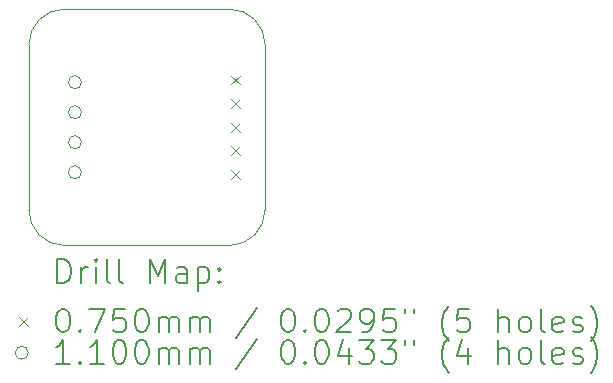
<source format=gbr>
%TF.GenerationSoftware,KiCad,Pcbnew,7.0.1*%
%TF.CreationDate,2023-07-16T03:42:18+02:00*%
%TF.ProjectId,load_cell_connector_interface,6c6f6164-5f63-4656-9c6c-5f636f6e6e65,rev?*%
%TF.SameCoordinates,Original*%
%TF.FileFunction,Drillmap*%
%TF.FilePolarity,Positive*%
%FSLAX45Y45*%
G04 Gerber Fmt 4.5, Leading zero omitted, Abs format (unit mm)*
G04 Created by KiCad (PCBNEW 7.0.1) date 2023-07-16 03:42:18*
%MOMM*%
%LPD*%
G01*
G04 APERTURE LIST*
%ADD10C,0.100000*%
%ADD11C,0.200000*%
%ADD12C,0.075000*%
%ADD13C,0.110000*%
G04 APERTURE END LIST*
D10*
X12877500Y-11032500D02*
X11477500Y-11032500D01*
X13177500Y-9332500D02*
X13177500Y-10732500D01*
X11477500Y-9032500D02*
X12877500Y-9032500D01*
X11177500Y-10732500D02*
X11177500Y-9332500D01*
X11177500Y-10732500D02*
G75*
G03*
X11477500Y-11032500I300000J0D01*
G01*
X12877500Y-11032500D02*
G75*
G03*
X13177500Y-10732500I0J300000D01*
G01*
X13177500Y-9332500D02*
G75*
G03*
X12877500Y-9032500I-300000J0D01*
G01*
X11477500Y-9032500D02*
G75*
G03*
X11177500Y-9332500I0J-300000D01*
G01*
D11*
D12*
X12887500Y-9595000D02*
X12962500Y-9670000D01*
X12962500Y-9595000D02*
X12887500Y-9670000D01*
X12887500Y-9795000D02*
X12962500Y-9870000D01*
X12962500Y-9795000D02*
X12887500Y-9870000D01*
X12887500Y-9995000D02*
X12962500Y-10070000D01*
X12962500Y-9995000D02*
X12887500Y-10070000D01*
X12887500Y-10195000D02*
X12962500Y-10270000D01*
X12962500Y-10195000D02*
X12887500Y-10270000D01*
X12887500Y-10395000D02*
X12962500Y-10470000D01*
X12962500Y-10395000D02*
X12887500Y-10470000D01*
D13*
X11622500Y-9651000D02*
G75*
G03*
X11622500Y-9651000I-55000J0D01*
G01*
X11622500Y-9905000D02*
G75*
G03*
X11622500Y-9905000I-55000J0D01*
G01*
X11622500Y-10159000D02*
G75*
G03*
X11622500Y-10159000I-55000J0D01*
G01*
X11622500Y-10413000D02*
G75*
G03*
X11622500Y-10413000I-55000J0D01*
G01*
D11*
X11420119Y-11350024D02*
X11420119Y-11150024D01*
X11420119Y-11150024D02*
X11467738Y-11150024D01*
X11467738Y-11150024D02*
X11496309Y-11159548D01*
X11496309Y-11159548D02*
X11515357Y-11178595D01*
X11515357Y-11178595D02*
X11524881Y-11197643D01*
X11524881Y-11197643D02*
X11534405Y-11235738D01*
X11534405Y-11235738D02*
X11534405Y-11264309D01*
X11534405Y-11264309D02*
X11524881Y-11302405D01*
X11524881Y-11302405D02*
X11515357Y-11321452D01*
X11515357Y-11321452D02*
X11496309Y-11340500D01*
X11496309Y-11340500D02*
X11467738Y-11350024D01*
X11467738Y-11350024D02*
X11420119Y-11350024D01*
X11620119Y-11350024D02*
X11620119Y-11216690D01*
X11620119Y-11254786D02*
X11629643Y-11235738D01*
X11629643Y-11235738D02*
X11639167Y-11226214D01*
X11639167Y-11226214D02*
X11658214Y-11216690D01*
X11658214Y-11216690D02*
X11677262Y-11216690D01*
X11743928Y-11350024D02*
X11743928Y-11216690D01*
X11743928Y-11150024D02*
X11734405Y-11159548D01*
X11734405Y-11159548D02*
X11743928Y-11169071D01*
X11743928Y-11169071D02*
X11753452Y-11159548D01*
X11753452Y-11159548D02*
X11743928Y-11150024D01*
X11743928Y-11150024D02*
X11743928Y-11169071D01*
X11867738Y-11350024D02*
X11848690Y-11340500D01*
X11848690Y-11340500D02*
X11839167Y-11321452D01*
X11839167Y-11321452D02*
X11839167Y-11150024D01*
X11972500Y-11350024D02*
X11953452Y-11340500D01*
X11953452Y-11340500D02*
X11943928Y-11321452D01*
X11943928Y-11321452D02*
X11943928Y-11150024D01*
X12201071Y-11350024D02*
X12201071Y-11150024D01*
X12201071Y-11150024D02*
X12267738Y-11292881D01*
X12267738Y-11292881D02*
X12334405Y-11150024D01*
X12334405Y-11150024D02*
X12334405Y-11350024D01*
X12515357Y-11350024D02*
X12515357Y-11245262D01*
X12515357Y-11245262D02*
X12505833Y-11226214D01*
X12505833Y-11226214D02*
X12486786Y-11216690D01*
X12486786Y-11216690D02*
X12448690Y-11216690D01*
X12448690Y-11216690D02*
X12429643Y-11226214D01*
X12515357Y-11340500D02*
X12496309Y-11350024D01*
X12496309Y-11350024D02*
X12448690Y-11350024D01*
X12448690Y-11350024D02*
X12429643Y-11340500D01*
X12429643Y-11340500D02*
X12420119Y-11321452D01*
X12420119Y-11321452D02*
X12420119Y-11302405D01*
X12420119Y-11302405D02*
X12429643Y-11283357D01*
X12429643Y-11283357D02*
X12448690Y-11273833D01*
X12448690Y-11273833D02*
X12496309Y-11273833D01*
X12496309Y-11273833D02*
X12515357Y-11264309D01*
X12610595Y-11216690D02*
X12610595Y-11416690D01*
X12610595Y-11226214D02*
X12629643Y-11216690D01*
X12629643Y-11216690D02*
X12667738Y-11216690D01*
X12667738Y-11216690D02*
X12686786Y-11226214D01*
X12686786Y-11226214D02*
X12696309Y-11235738D01*
X12696309Y-11235738D02*
X12705833Y-11254786D01*
X12705833Y-11254786D02*
X12705833Y-11311928D01*
X12705833Y-11311928D02*
X12696309Y-11330976D01*
X12696309Y-11330976D02*
X12686786Y-11340500D01*
X12686786Y-11340500D02*
X12667738Y-11350024D01*
X12667738Y-11350024D02*
X12629643Y-11350024D01*
X12629643Y-11350024D02*
X12610595Y-11340500D01*
X12791548Y-11330976D02*
X12801071Y-11340500D01*
X12801071Y-11340500D02*
X12791548Y-11350024D01*
X12791548Y-11350024D02*
X12782024Y-11340500D01*
X12782024Y-11340500D02*
X12791548Y-11330976D01*
X12791548Y-11330976D02*
X12791548Y-11350024D01*
X12791548Y-11226214D02*
X12801071Y-11235738D01*
X12801071Y-11235738D02*
X12791548Y-11245262D01*
X12791548Y-11245262D02*
X12782024Y-11235738D01*
X12782024Y-11235738D02*
X12791548Y-11226214D01*
X12791548Y-11226214D02*
X12791548Y-11245262D01*
D12*
X11097500Y-11640000D02*
X11172500Y-11715000D01*
X11172500Y-11640000D02*
X11097500Y-11715000D01*
D11*
X11458214Y-11570024D02*
X11477262Y-11570024D01*
X11477262Y-11570024D02*
X11496309Y-11579548D01*
X11496309Y-11579548D02*
X11505833Y-11589071D01*
X11505833Y-11589071D02*
X11515357Y-11608119D01*
X11515357Y-11608119D02*
X11524881Y-11646214D01*
X11524881Y-11646214D02*
X11524881Y-11693833D01*
X11524881Y-11693833D02*
X11515357Y-11731928D01*
X11515357Y-11731928D02*
X11505833Y-11750976D01*
X11505833Y-11750976D02*
X11496309Y-11760500D01*
X11496309Y-11760500D02*
X11477262Y-11770024D01*
X11477262Y-11770024D02*
X11458214Y-11770024D01*
X11458214Y-11770024D02*
X11439167Y-11760500D01*
X11439167Y-11760500D02*
X11429643Y-11750976D01*
X11429643Y-11750976D02*
X11420119Y-11731928D01*
X11420119Y-11731928D02*
X11410595Y-11693833D01*
X11410595Y-11693833D02*
X11410595Y-11646214D01*
X11410595Y-11646214D02*
X11420119Y-11608119D01*
X11420119Y-11608119D02*
X11429643Y-11589071D01*
X11429643Y-11589071D02*
X11439167Y-11579548D01*
X11439167Y-11579548D02*
X11458214Y-11570024D01*
X11610595Y-11750976D02*
X11620119Y-11760500D01*
X11620119Y-11760500D02*
X11610595Y-11770024D01*
X11610595Y-11770024D02*
X11601071Y-11760500D01*
X11601071Y-11760500D02*
X11610595Y-11750976D01*
X11610595Y-11750976D02*
X11610595Y-11770024D01*
X11686786Y-11570024D02*
X11820119Y-11570024D01*
X11820119Y-11570024D02*
X11734405Y-11770024D01*
X11991548Y-11570024D02*
X11896309Y-11570024D01*
X11896309Y-11570024D02*
X11886786Y-11665262D01*
X11886786Y-11665262D02*
X11896309Y-11655738D01*
X11896309Y-11655738D02*
X11915357Y-11646214D01*
X11915357Y-11646214D02*
X11962976Y-11646214D01*
X11962976Y-11646214D02*
X11982024Y-11655738D01*
X11982024Y-11655738D02*
X11991548Y-11665262D01*
X11991548Y-11665262D02*
X12001071Y-11684309D01*
X12001071Y-11684309D02*
X12001071Y-11731928D01*
X12001071Y-11731928D02*
X11991548Y-11750976D01*
X11991548Y-11750976D02*
X11982024Y-11760500D01*
X11982024Y-11760500D02*
X11962976Y-11770024D01*
X11962976Y-11770024D02*
X11915357Y-11770024D01*
X11915357Y-11770024D02*
X11896309Y-11760500D01*
X11896309Y-11760500D02*
X11886786Y-11750976D01*
X12124881Y-11570024D02*
X12143929Y-11570024D01*
X12143929Y-11570024D02*
X12162976Y-11579548D01*
X12162976Y-11579548D02*
X12172500Y-11589071D01*
X12172500Y-11589071D02*
X12182024Y-11608119D01*
X12182024Y-11608119D02*
X12191548Y-11646214D01*
X12191548Y-11646214D02*
X12191548Y-11693833D01*
X12191548Y-11693833D02*
X12182024Y-11731928D01*
X12182024Y-11731928D02*
X12172500Y-11750976D01*
X12172500Y-11750976D02*
X12162976Y-11760500D01*
X12162976Y-11760500D02*
X12143929Y-11770024D01*
X12143929Y-11770024D02*
X12124881Y-11770024D01*
X12124881Y-11770024D02*
X12105833Y-11760500D01*
X12105833Y-11760500D02*
X12096309Y-11750976D01*
X12096309Y-11750976D02*
X12086786Y-11731928D01*
X12086786Y-11731928D02*
X12077262Y-11693833D01*
X12077262Y-11693833D02*
X12077262Y-11646214D01*
X12077262Y-11646214D02*
X12086786Y-11608119D01*
X12086786Y-11608119D02*
X12096309Y-11589071D01*
X12096309Y-11589071D02*
X12105833Y-11579548D01*
X12105833Y-11579548D02*
X12124881Y-11570024D01*
X12277262Y-11770024D02*
X12277262Y-11636690D01*
X12277262Y-11655738D02*
X12286786Y-11646214D01*
X12286786Y-11646214D02*
X12305833Y-11636690D01*
X12305833Y-11636690D02*
X12334405Y-11636690D01*
X12334405Y-11636690D02*
X12353452Y-11646214D01*
X12353452Y-11646214D02*
X12362976Y-11665262D01*
X12362976Y-11665262D02*
X12362976Y-11770024D01*
X12362976Y-11665262D02*
X12372500Y-11646214D01*
X12372500Y-11646214D02*
X12391548Y-11636690D01*
X12391548Y-11636690D02*
X12420119Y-11636690D01*
X12420119Y-11636690D02*
X12439167Y-11646214D01*
X12439167Y-11646214D02*
X12448690Y-11665262D01*
X12448690Y-11665262D02*
X12448690Y-11770024D01*
X12543929Y-11770024D02*
X12543929Y-11636690D01*
X12543929Y-11655738D02*
X12553452Y-11646214D01*
X12553452Y-11646214D02*
X12572500Y-11636690D01*
X12572500Y-11636690D02*
X12601071Y-11636690D01*
X12601071Y-11636690D02*
X12620119Y-11646214D01*
X12620119Y-11646214D02*
X12629643Y-11665262D01*
X12629643Y-11665262D02*
X12629643Y-11770024D01*
X12629643Y-11665262D02*
X12639167Y-11646214D01*
X12639167Y-11646214D02*
X12658214Y-11636690D01*
X12658214Y-11636690D02*
X12686786Y-11636690D01*
X12686786Y-11636690D02*
X12705833Y-11646214D01*
X12705833Y-11646214D02*
X12715357Y-11665262D01*
X12715357Y-11665262D02*
X12715357Y-11770024D01*
X13105833Y-11560500D02*
X12934405Y-11817643D01*
X13362976Y-11570024D02*
X13382024Y-11570024D01*
X13382024Y-11570024D02*
X13401072Y-11579548D01*
X13401072Y-11579548D02*
X13410595Y-11589071D01*
X13410595Y-11589071D02*
X13420119Y-11608119D01*
X13420119Y-11608119D02*
X13429643Y-11646214D01*
X13429643Y-11646214D02*
X13429643Y-11693833D01*
X13429643Y-11693833D02*
X13420119Y-11731928D01*
X13420119Y-11731928D02*
X13410595Y-11750976D01*
X13410595Y-11750976D02*
X13401072Y-11760500D01*
X13401072Y-11760500D02*
X13382024Y-11770024D01*
X13382024Y-11770024D02*
X13362976Y-11770024D01*
X13362976Y-11770024D02*
X13343929Y-11760500D01*
X13343929Y-11760500D02*
X13334405Y-11750976D01*
X13334405Y-11750976D02*
X13324881Y-11731928D01*
X13324881Y-11731928D02*
X13315357Y-11693833D01*
X13315357Y-11693833D02*
X13315357Y-11646214D01*
X13315357Y-11646214D02*
X13324881Y-11608119D01*
X13324881Y-11608119D02*
X13334405Y-11589071D01*
X13334405Y-11589071D02*
X13343929Y-11579548D01*
X13343929Y-11579548D02*
X13362976Y-11570024D01*
X13515357Y-11750976D02*
X13524881Y-11760500D01*
X13524881Y-11760500D02*
X13515357Y-11770024D01*
X13515357Y-11770024D02*
X13505833Y-11760500D01*
X13505833Y-11760500D02*
X13515357Y-11750976D01*
X13515357Y-11750976D02*
X13515357Y-11770024D01*
X13648691Y-11570024D02*
X13667738Y-11570024D01*
X13667738Y-11570024D02*
X13686786Y-11579548D01*
X13686786Y-11579548D02*
X13696310Y-11589071D01*
X13696310Y-11589071D02*
X13705833Y-11608119D01*
X13705833Y-11608119D02*
X13715357Y-11646214D01*
X13715357Y-11646214D02*
X13715357Y-11693833D01*
X13715357Y-11693833D02*
X13705833Y-11731928D01*
X13705833Y-11731928D02*
X13696310Y-11750976D01*
X13696310Y-11750976D02*
X13686786Y-11760500D01*
X13686786Y-11760500D02*
X13667738Y-11770024D01*
X13667738Y-11770024D02*
X13648691Y-11770024D01*
X13648691Y-11770024D02*
X13629643Y-11760500D01*
X13629643Y-11760500D02*
X13620119Y-11750976D01*
X13620119Y-11750976D02*
X13610595Y-11731928D01*
X13610595Y-11731928D02*
X13601072Y-11693833D01*
X13601072Y-11693833D02*
X13601072Y-11646214D01*
X13601072Y-11646214D02*
X13610595Y-11608119D01*
X13610595Y-11608119D02*
X13620119Y-11589071D01*
X13620119Y-11589071D02*
X13629643Y-11579548D01*
X13629643Y-11579548D02*
X13648691Y-11570024D01*
X13791548Y-11589071D02*
X13801072Y-11579548D01*
X13801072Y-11579548D02*
X13820119Y-11570024D01*
X13820119Y-11570024D02*
X13867738Y-11570024D01*
X13867738Y-11570024D02*
X13886786Y-11579548D01*
X13886786Y-11579548D02*
X13896310Y-11589071D01*
X13896310Y-11589071D02*
X13905833Y-11608119D01*
X13905833Y-11608119D02*
X13905833Y-11627167D01*
X13905833Y-11627167D02*
X13896310Y-11655738D01*
X13896310Y-11655738D02*
X13782024Y-11770024D01*
X13782024Y-11770024D02*
X13905833Y-11770024D01*
X14001072Y-11770024D02*
X14039167Y-11770024D01*
X14039167Y-11770024D02*
X14058214Y-11760500D01*
X14058214Y-11760500D02*
X14067738Y-11750976D01*
X14067738Y-11750976D02*
X14086786Y-11722405D01*
X14086786Y-11722405D02*
X14096310Y-11684309D01*
X14096310Y-11684309D02*
X14096310Y-11608119D01*
X14096310Y-11608119D02*
X14086786Y-11589071D01*
X14086786Y-11589071D02*
X14077262Y-11579548D01*
X14077262Y-11579548D02*
X14058214Y-11570024D01*
X14058214Y-11570024D02*
X14020119Y-11570024D01*
X14020119Y-11570024D02*
X14001072Y-11579548D01*
X14001072Y-11579548D02*
X13991548Y-11589071D01*
X13991548Y-11589071D02*
X13982024Y-11608119D01*
X13982024Y-11608119D02*
X13982024Y-11655738D01*
X13982024Y-11655738D02*
X13991548Y-11674786D01*
X13991548Y-11674786D02*
X14001072Y-11684309D01*
X14001072Y-11684309D02*
X14020119Y-11693833D01*
X14020119Y-11693833D02*
X14058214Y-11693833D01*
X14058214Y-11693833D02*
X14077262Y-11684309D01*
X14077262Y-11684309D02*
X14086786Y-11674786D01*
X14086786Y-11674786D02*
X14096310Y-11655738D01*
X14277262Y-11570024D02*
X14182024Y-11570024D01*
X14182024Y-11570024D02*
X14172500Y-11665262D01*
X14172500Y-11665262D02*
X14182024Y-11655738D01*
X14182024Y-11655738D02*
X14201072Y-11646214D01*
X14201072Y-11646214D02*
X14248691Y-11646214D01*
X14248691Y-11646214D02*
X14267738Y-11655738D01*
X14267738Y-11655738D02*
X14277262Y-11665262D01*
X14277262Y-11665262D02*
X14286786Y-11684309D01*
X14286786Y-11684309D02*
X14286786Y-11731928D01*
X14286786Y-11731928D02*
X14277262Y-11750976D01*
X14277262Y-11750976D02*
X14267738Y-11760500D01*
X14267738Y-11760500D02*
X14248691Y-11770024D01*
X14248691Y-11770024D02*
X14201072Y-11770024D01*
X14201072Y-11770024D02*
X14182024Y-11760500D01*
X14182024Y-11760500D02*
X14172500Y-11750976D01*
X14362976Y-11570024D02*
X14362976Y-11608119D01*
X14439167Y-11570024D02*
X14439167Y-11608119D01*
X14734405Y-11846214D02*
X14724881Y-11836690D01*
X14724881Y-11836690D02*
X14705834Y-11808119D01*
X14705834Y-11808119D02*
X14696310Y-11789071D01*
X14696310Y-11789071D02*
X14686786Y-11760500D01*
X14686786Y-11760500D02*
X14677262Y-11712881D01*
X14677262Y-11712881D02*
X14677262Y-11674786D01*
X14677262Y-11674786D02*
X14686786Y-11627167D01*
X14686786Y-11627167D02*
X14696310Y-11598595D01*
X14696310Y-11598595D02*
X14705834Y-11579548D01*
X14705834Y-11579548D02*
X14724881Y-11550976D01*
X14724881Y-11550976D02*
X14734405Y-11541452D01*
X14905834Y-11570024D02*
X14810595Y-11570024D01*
X14810595Y-11570024D02*
X14801072Y-11665262D01*
X14801072Y-11665262D02*
X14810595Y-11655738D01*
X14810595Y-11655738D02*
X14829643Y-11646214D01*
X14829643Y-11646214D02*
X14877262Y-11646214D01*
X14877262Y-11646214D02*
X14896310Y-11655738D01*
X14896310Y-11655738D02*
X14905834Y-11665262D01*
X14905834Y-11665262D02*
X14915357Y-11684309D01*
X14915357Y-11684309D02*
X14915357Y-11731928D01*
X14915357Y-11731928D02*
X14905834Y-11750976D01*
X14905834Y-11750976D02*
X14896310Y-11760500D01*
X14896310Y-11760500D02*
X14877262Y-11770024D01*
X14877262Y-11770024D02*
X14829643Y-11770024D01*
X14829643Y-11770024D02*
X14810595Y-11760500D01*
X14810595Y-11760500D02*
X14801072Y-11750976D01*
X15153453Y-11770024D02*
X15153453Y-11570024D01*
X15239167Y-11770024D02*
X15239167Y-11665262D01*
X15239167Y-11665262D02*
X15229643Y-11646214D01*
X15229643Y-11646214D02*
X15210596Y-11636690D01*
X15210596Y-11636690D02*
X15182024Y-11636690D01*
X15182024Y-11636690D02*
X15162976Y-11646214D01*
X15162976Y-11646214D02*
X15153453Y-11655738D01*
X15362976Y-11770024D02*
X15343929Y-11760500D01*
X15343929Y-11760500D02*
X15334405Y-11750976D01*
X15334405Y-11750976D02*
X15324881Y-11731928D01*
X15324881Y-11731928D02*
X15324881Y-11674786D01*
X15324881Y-11674786D02*
X15334405Y-11655738D01*
X15334405Y-11655738D02*
X15343929Y-11646214D01*
X15343929Y-11646214D02*
X15362976Y-11636690D01*
X15362976Y-11636690D02*
X15391548Y-11636690D01*
X15391548Y-11636690D02*
X15410596Y-11646214D01*
X15410596Y-11646214D02*
X15420119Y-11655738D01*
X15420119Y-11655738D02*
X15429643Y-11674786D01*
X15429643Y-11674786D02*
X15429643Y-11731928D01*
X15429643Y-11731928D02*
X15420119Y-11750976D01*
X15420119Y-11750976D02*
X15410596Y-11760500D01*
X15410596Y-11760500D02*
X15391548Y-11770024D01*
X15391548Y-11770024D02*
X15362976Y-11770024D01*
X15543929Y-11770024D02*
X15524881Y-11760500D01*
X15524881Y-11760500D02*
X15515357Y-11741452D01*
X15515357Y-11741452D02*
X15515357Y-11570024D01*
X15696310Y-11760500D02*
X15677262Y-11770024D01*
X15677262Y-11770024D02*
X15639167Y-11770024D01*
X15639167Y-11770024D02*
X15620119Y-11760500D01*
X15620119Y-11760500D02*
X15610596Y-11741452D01*
X15610596Y-11741452D02*
X15610596Y-11665262D01*
X15610596Y-11665262D02*
X15620119Y-11646214D01*
X15620119Y-11646214D02*
X15639167Y-11636690D01*
X15639167Y-11636690D02*
X15677262Y-11636690D01*
X15677262Y-11636690D02*
X15696310Y-11646214D01*
X15696310Y-11646214D02*
X15705834Y-11665262D01*
X15705834Y-11665262D02*
X15705834Y-11684309D01*
X15705834Y-11684309D02*
X15610596Y-11703357D01*
X15782024Y-11760500D02*
X15801072Y-11770024D01*
X15801072Y-11770024D02*
X15839167Y-11770024D01*
X15839167Y-11770024D02*
X15858215Y-11760500D01*
X15858215Y-11760500D02*
X15867738Y-11741452D01*
X15867738Y-11741452D02*
X15867738Y-11731928D01*
X15867738Y-11731928D02*
X15858215Y-11712881D01*
X15858215Y-11712881D02*
X15839167Y-11703357D01*
X15839167Y-11703357D02*
X15810596Y-11703357D01*
X15810596Y-11703357D02*
X15791548Y-11693833D01*
X15791548Y-11693833D02*
X15782024Y-11674786D01*
X15782024Y-11674786D02*
X15782024Y-11665262D01*
X15782024Y-11665262D02*
X15791548Y-11646214D01*
X15791548Y-11646214D02*
X15810596Y-11636690D01*
X15810596Y-11636690D02*
X15839167Y-11636690D01*
X15839167Y-11636690D02*
X15858215Y-11646214D01*
X15934405Y-11846214D02*
X15943929Y-11836690D01*
X15943929Y-11836690D02*
X15962977Y-11808119D01*
X15962977Y-11808119D02*
X15972500Y-11789071D01*
X15972500Y-11789071D02*
X15982024Y-11760500D01*
X15982024Y-11760500D02*
X15991548Y-11712881D01*
X15991548Y-11712881D02*
X15991548Y-11674786D01*
X15991548Y-11674786D02*
X15982024Y-11627167D01*
X15982024Y-11627167D02*
X15972500Y-11598595D01*
X15972500Y-11598595D02*
X15962977Y-11579548D01*
X15962977Y-11579548D02*
X15943929Y-11550976D01*
X15943929Y-11550976D02*
X15934405Y-11541452D01*
D13*
X11172500Y-11941500D02*
G75*
G03*
X11172500Y-11941500I-55000J0D01*
G01*
D11*
X11524881Y-12034024D02*
X11410595Y-12034024D01*
X11467738Y-12034024D02*
X11467738Y-11834024D01*
X11467738Y-11834024D02*
X11448690Y-11862595D01*
X11448690Y-11862595D02*
X11429643Y-11881643D01*
X11429643Y-11881643D02*
X11410595Y-11891167D01*
X11610595Y-12014976D02*
X11620119Y-12024500D01*
X11620119Y-12024500D02*
X11610595Y-12034024D01*
X11610595Y-12034024D02*
X11601071Y-12024500D01*
X11601071Y-12024500D02*
X11610595Y-12014976D01*
X11610595Y-12014976D02*
X11610595Y-12034024D01*
X11810595Y-12034024D02*
X11696309Y-12034024D01*
X11753452Y-12034024D02*
X11753452Y-11834024D01*
X11753452Y-11834024D02*
X11734405Y-11862595D01*
X11734405Y-11862595D02*
X11715357Y-11881643D01*
X11715357Y-11881643D02*
X11696309Y-11891167D01*
X11934405Y-11834024D02*
X11953452Y-11834024D01*
X11953452Y-11834024D02*
X11972500Y-11843548D01*
X11972500Y-11843548D02*
X11982024Y-11853071D01*
X11982024Y-11853071D02*
X11991548Y-11872119D01*
X11991548Y-11872119D02*
X12001071Y-11910214D01*
X12001071Y-11910214D02*
X12001071Y-11957833D01*
X12001071Y-11957833D02*
X11991548Y-11995928D01*
X11991548Y-11995928D02*
X11982024Y-12014976D01*
X11982024Y-12014976D02*
X11972500Y-12024500D01*
X11972500Y-12024500D02*
X11953452Y-12034024D01*
X11953452Y-12034024D02*
X11934405Y-12034024D01*
X11934405Y-12034024D02*
X11915357Y-12024500D01*
X11915357Y-12024500D02*
X11905833Y-12014976D01*
X11905833Y-12014976D02*
X11896309Y-11995928D01*
X11896309Y-11995928D02*
X11886786Y-11957833D01*
X11886786Y-11957833D02*
X11886786Y-11910214D01*
X11886786Y-11910214D02*
X11896309Y-11872119D01*
X11896309Y-11872119D02*
X11905833Y-11853071D01*
X11905833Y-11853071D02*
X11915357Y-11843548D01*
X11915357Y-11843548D02*
X11934405Y-11834024D01*
X12124881Y-11834024D02*
X12143929Y-11834024D01*
X12143929Y-11834024D02*
X12162976Y-11843548D01*
X12162976Y-11843548D02*
X12172500Y-11853071D01*
X12172500Y-11853071D02*
X12182024Y-11872119D01*
X12182024Y-11872119D02*
X12191548Y-11910214D01*
X12191548Y-11910214D02*
X12191548Y-11957833D01*
X12191548Y-11957833D02*
X12182024Y-11995928D01*
X12182024Y-11995928D02*
X12172500Y-12014976D01*
X12172500Y-12014976D02*
X12162976Y-12024500D01*
X12162976Y-12024500D02*
X12143929Y-12034024D01*
X12143929Y-12034024D02*
X12124881Y-12034024D01*
X12124881Y-12034024D02*
X12105833Y-12024500D01*
X12105833Y-12024500D02*
X12096309Y-12014976D01*
X12096309Y-12014976D02*
X12086786Y-11995928D01*
X12086786Y-11995928D02*
X12077262Y-11957833D01*
X12077262Y-11957833D02*
X12077262Y-11910214D01*
X12077262Y-11910214D02*
X12086786Y-11872119D01*
X12086786Y-11872119D02*
X12096309Y-11853071D01*
X12096309Y-11853071D02*
X12105833Y-11843548D01*
X12105833Y-11843548D02*
X12124881Y-11834024D01*
X12277262Y-12034024D02*
X12277262Y-11900690D01*
X12277262Y-11919738D02*
X12286786Y-11910214D01*
X12286786Y-11910214D02*
X12305833Y-11900690D01*
X12305833Y-11900690D02*
X12334405Y-11900690D01*
X12334405Y-11900690D02*
X12353452Y-11910214D01*
X12353452Y-11910214D02*
X12362976Y-11929262D01*
X12362976Y-11929262D02*
X12362976Y-12034024D01*
X12362976Y-11929262D02*
X12372500Y-11910214D01*
X12372500Y-11910214D02*
X12391548Y-11900690D01*
X12391548Y-11900690D02*
X12420119Y-11900690D01*
X12420119Y-11900690D02*
X12439167Y-11910214D01*
X12439167Y-11910214D02*
X12448690Y-11929262D01*
X12448690Y-11929262D02*
X12448690Y-12034024D01*
X12543929Y-12034024D02*
X12543929Y-11900690D01*
X12543929Y-11919738D02*
X12553452Y-11910214D01*
X12553452Y-11910214D02*
X12572500Y-11900690D01*
X12572500Y-11900690D02*
X12601071Y-11900690D01*
X12601071Y-11900690D02*
X12620119Y-11910214D01*
X12620119Y-11910214D02*
X12629643Y-11929262D01*
X12629643Y-11929262D02*
X12629643Y-12034024D01*
X12629643Y-11929262D02*
X12639167Y-11910214D01*
X12639167Y-11910214D02*
X12658214Y-11900690D01*
X12658214Y-11900690D02*
X12686786Y-11900690D01*
X12686786Y-11900690D02*
X12705833Y-11910214D01*
X12705833Y-11910214D02*
X12715357Y-11929262D01*
X12715357Y-11929262D02*
X12715357Y-12034024D01*
X13105833Y-11824500D02*
X12934405Y-12081643D01*
X13362976Y-11834024D02*
X13382024Y-11834024D01*
X13382024Y-11834024D02*
X13401072Y-11843548D01*
X13401072Y-11843548D02*
X13410595Y-11853071D01*
X13410595Y-11853071D02*
X13420119Y-11872119D01*
X13420119Y-11872119D02*
X13429643Y-11910214D01*
X13429643Y-11910214D02*
X13429643Y-11957833D01*
X13429643Y-11957833D02*
X13420119Y-11995928D01*
X13420119Y-11995928D02*
X13410595Y-12014976D01*
X13410595Y-12014976D02*
X13401072Y-12024500D01*
X13401072Y-12024500D02*
X13382024Y-12034024D01*
X13382024Y-12034024D02*
X13362976Y-12034024D01*
X13362976Y-12034024D02*
X13343929Y-12024500D01*
X13343929Y-12024500D02*
X13334405Y-12014976D01*
X13334405Y-12014976D02*
X13324881Y-11995928D01*
X13324881Y-11995928D02*
X13315357Y-11957833D01*
X13315357Y-11957833D02*
X13315357Y-11910214D01*
X13315357Y-11910214D02*
X13324881Y-11872119D01*
X13324881Y-11872119D02*
X13334405Y-11853071D01*
X13334405Y-11853071D02*
X13343929Y-11843548D01*
X13343929Y-11843548D02*
X13362976Y-11834024D01*
X13515357Y-12014976D02*
X13524881Y-12024500D01*
X13524881Y-12024500D02*
X13515357Y-12034024D01*
X13515357Y-12034024D02*
X13505833Y-12024500D01*
X13505833Y-12024500D02*
X13515357Y-12014976D01*
X13515357Y-12014976D02*
X13515357Y-12034024D01*
X13648691Y-11834024D02*
X13667738Y-11834024D01*
X13667738Y-11834024D02*
X13686786Y-11843548D01*
X13686786Y-11843548D02*
X13696310Y-11853071D01*
X13696310Y-11853071D02*
X13705833Y-11872119D01*
X13705833Y-11872119D02*
X13715357Y-11910214D01*
X13715357Y-11910214D02*
X13715357Y-11957833D01*
X13715357Y-11957833D02*
X13705833Y-11995928D01*
X13705833Y-11995928D02*
X13696310Y-12014976D01*
X13696310Y-12014976D02*
X13686786Y-12024500D01*
X13686786Y-12024500D02*
X13667738Y-12034024D01*
X13667738Y-12034024D02*
X13648691Y-12034024D01*
X13648691Y-12034024D02*
X13629643Y-12024500D01*
X13629643Y-12024500D02*
X13620119Y-12014976D01*
X13620119Y-12014976D02*
X13610595Y-11995928D01*
X13610595Y-11995928D02*
X13601072Y-11957833D01*
X13601072Y-11957833D02*
X13601072Y-11910214D01*
X13601072Y-11910214D02*
X13610595Y-11872119D01*
X13610595Y-11872119D02*
X13620119Y-11853071D01*
X13620119Y-11853071D02*
X13629643Y-11843548D01*
X13629643Y-11843548D02*
X13648691Y-11834024D01*
X13886786Y-11900690D02*
X13886786Y-12034024D01*
X13839167Y-11824500D02*
X13791548Y-11967357D01*
X13791548Y-11967357D02*
X13915357Y-11967357D01*
X13972500Y-11834024D02*
X14096310Y-11834024D01*
X14096310Y-11834024D02*
X14029643Y-11910214D01*
X14029643Y-11910214D02*
X14058214Y-11910214D01*
X14058214Y-11910214D02*
X14077262Y-11919738D01*
X14077262Y-11919738D02*
X14086786Y-11929262D01*
X14086786Y-11929262D02*
X14096310Y-11948309D01*
X14096310Y-11948309D02*
X14096310Y-11995928D01*
X14096310Y-11995928D02*
X14086786Y-12014976D01*
X14086786Y-12014976D02*
X14077262Y-12024500D01*
X14077262Y-12024500D02*
X14058214Y-12034024D01*
X14058214Y-12034024D02*
X14001072Y-12034024D01*
X14001072Y-12034024D02*
X13982024Y-12024500D01*
X13982024Y-12024500D02*
X13972500Y-12014976D01*
X14162976Y-11834024D02*
X14286786Y-11834024D01*
X14286786Y-11834024D02*
X14220119Y-11910214D01*
X14220119Y-11910214D02*
X14248691Y-11910214D01*
X14248691Y-11910214D02*
X14267738Y-11919738D01*
X14267738Y-11919738D02*
X14277262Y-11929262D01*
X14277262Y-11929262D02*
X14286786Y-11948309D01*
X14286786Y-11948309D02*
X14286786Y-11995928D01*
X14286786Y-11995928D02*
X14277262Y-12014976D01*
X14277262Y-12014976D02*
X14267738Y-12024500D01*
X14267738Y-12024500D02*
X14248691Y-12034024D01*
X14248691Y-12034024D02*
X14191548Y-12034024D01*
X14191548Y-12034024D02*
X14172500Y-12024500D01*
X14172500Y-12024500D02*
X14162976Y-12014976D01*
X14362976Y-11834024D02*
X14362976Y-11872119D01*
X14439167Y-11834024D02*
X14439167Y-11872119D01*
X14734405Y-12110214D02*
X14724881Y-12100690D01*
X14724881Y-12100690D02*
X14705834Y-12072119D01*
X14705834Y-12072119D02*
X14696310Y-12053071D01*
X14696310Y-12053071D02*
X14686786Y-12024500D01*
X14686786Y-12024500D02*
X14677262Y-11976881D01*
X14677262Y-11976881D02*
X14677262Y-11938786D01*
X14677262Y-11938786D02*
X14686786Y-11891167D01*
X14686786Y-11891167D02*
X14696310Y-11862595D01*
X14696310Y-11862595D02*
X14705834Y-11843548D01*
X14705834Y-11843548D02*
X14724881Y-11814976D01*
X14724881Y-11814976D02*
X14734405Y-11805452D01*
X14896310Y-11900690D02*
X14896310Y-12034024D01*
X14848691Y-11824500D02*
X14801072Y-11967357D01*
X14801072Y-11967357D02*
X14924881Y-11967357D01*
X15153453Y-12034024D02*
X15153453Y-11834024D01*
X15239167Y-12034024D02*
X15239167Y-11929262D01*
X15239167Y-11929262D02*
X15229643Y-11910214D01*
X15229643Y-11910214D02*
X15210596Y-11900690D01*
X15210596Y-11900690D02*
X15182024Y-11900690D01*
X15182024Y-11900690D02*
X15162976Y-11910214D01*
X15162976Y-11910214D02*
X15153453Y-11919738D01*
X15362976Y-12034024D02*
X15343929Y-12024500D01*
X15343929Y-12024500D02*
X15334405Y-12014976D01*
X15334405Y-12014976D02*
X15324881Y-11995928D01*
X15324881Y-11995928D02*
X15324881Y-11938786D01*
X15324881Y-11938786D02*
X15334405Y-11919738D01*
X15334405Y-11919738D02*
X15343929Y-11910214D01*
X15343929Y-11910214D02*
X15362976Y-11900690D01*
X15362976Y-11900690D02*
X15391548Y-11900690D01*
X15391548Y-11900690D02*
X15410596Y-11910214D01*
X15410596Y-11910214D02*
X15420119Y-11919738D01*
X15420119Y-11919738D02*
X15429643Y-11938786D01*
X15429643Y-11938786D02*
X15429643Y-11995928D01*
X15429643Y-11995928D02*
X15420119Y-12014976D01*
X15420119Y-12014976D02*
X15410596Y-12024500D01*
X15410596Y-12024500D02*
X15391548Y-12034024D01*
X15391548Y-12034024D02*
X15362976Y-12034024D01*
X15543929Y-12034024D02*
X15524881Y-12024500D01*
X15524881Y-12024500D02*
X15515357Y-12005452D01*
X15515357Y-12005452D02*
X15515357Y-11834024D01*
X15696310Y-12024500D02*
X15677262Y-12034024D01*
X15677262Y-12034024D02*
X15639167Y-12034024D01*
X15639167Y-12034024D02*
X15620119Y-12024500D01*
X15620119Y-12024500D02*
X15610596Y-12005452D01*
X15610596Y-12005452D02*
X15610596Y-11929262D01*
X15610596Y-11929262D02*
X15620119Y-11910214D01*
X15620119Y-11910214D02*
X15639167Y-11900690D01*
X15639167Y-11900690D02*
X15677262Y-11900690D01*
X15677262Y-11900690D02*
X15696310Y-11910214D01*
X15696310Y-11910214D02*
X15705834Y-11929262D01*
X15705834Y-11929262D02*
X15705834Y-11948309D01*
X15705834Y-11948309D02*
X15610596Y-11967357D01*
X15782024Y-12024500D02*
X15801072Y-12034024D01*
X15801072Y-12034024D02*
X15839167Y-12034024D01*
X15839167Y-12034024D02*
X15858215Y-12024500D01*
X15858215Y-12024500D02*
X15867738Y-12005452D01*
X15867738Y-12005452D02*
X15867738Y-11995928D01*
X15867738Y-11995928D02*
X15858215Y-11976881D01*
X15858215Y-11976881D02*
X15839167Y-11967357D01*
X15839167Y-11967357D02*
X15810596Y-11967357D01*
X15810596Y-11967357D02*
X15791548Y-11957833D01*
X15791548Y-11957833D02*
X15782024Y-11938786D01*
X15782024Y-11938786D02*
X15782024Y-11929262D01*
X15782024Y-11929262D02*
X15791548Y-11910214D01*
X15791548Y-11910214D02*
X15810596Y-11900690D01*
X15810596Y-11900690D02*
X15839167Y-11900690D01*
X15839167Y-11900690D02*
X15858215Y-11910214D01*
X15934405Y-12110214D02*
X15943929Y-12100690D01*
X15943929Y-12100690D02*
X15962977Y-12072119D01*
X15962977Y-12072119D02*
X15972500Y-12053071D01*
X15972500Y-12053071D02*
X15982024Y-12024500D01*
X15982024Y-12024500D02*
X15991548Y-11976881D01*
X15991548Y-11976881D02*
X15991548Y-11938786D01*
X15991548Y-11938786D02*
X15982024Y-11891167D01*
X15982024Y-11891167D02*
X15972500Y-11862595D01*
X15972500Y-11862595D02*
X15962977Y-11843548D01*
X15962977Y-11843548D02*
X15943929Y-11814976D01*
X15943929Y-11814976D02*
X15934405Y-11805452D01*
M02*

</source>
